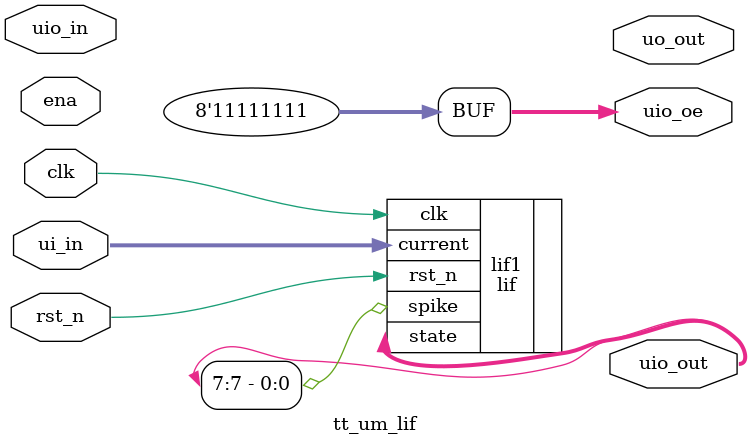
<source format=v>
`default_nettype none

module tt_um_lif (
    input  wire [7:0] ui_in,    // Dedicated inputs - connected to the input switches
    output wire [7:0] uo_out,   // Dedicated outputs - connected to the 7 segment display
    input  wire [7:0] uio_in,   // IOs: Bidirectional Input path
    output wire [7:0] uio_out,  // IOs: Bidirectional Output path
    output wire [7:0] uio_oe,   // IOs: Bidirectional Enable path (active high: 0=input, 1=output)
    input  wire       ena,      // will go high when the design is enabled
    input  wire       clk,      // clock
    input  wire       rst_n     // reset_n - low to reset
);
    // use bidirectionals as outputs
    assign uio_oe = 8'b11111111;

    lif lif1(.current(ui_in), .clk(clk), .rst_n(rst_n), .spike(uio_out[7]), .state(uio_out));

endmodule

</source>
